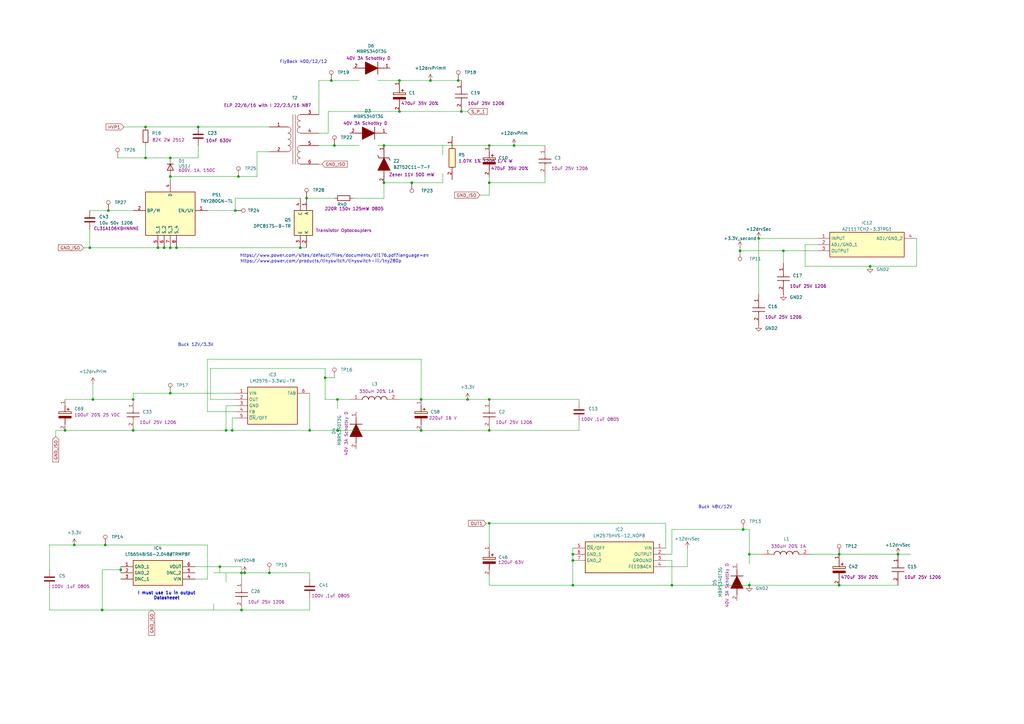
<source format=kicad_sch>
(kicad_sch (version 20250114) (generator "eeschema") (generator_version "9.0")
  (paper "A3")
  (text "I must use 1u in output\nDatasheeet\n" (at 68.326 244.348 0) (effects (font (size 1.27 1.27) (thickness 0.254) (bold yes))))
  (text "FlyBack 400/12/12" (at 124.46 25.4 0) (effects (font (size 1.27 1.27))))
  (text "Buck 12V/3.3V" (at 80.264 141.478 0) (effects (font (size 1.27 1.27))))
  (text "https://www.power.com/products/tinyswitch/tinyswitch-iii/tny280p" (at 131.572 107.188 0) (effects (font (size 1.27 1.27))))
  (text "Buck 48V/12V" (at 293.37 208.026 0) (effects (font (size 1.27 1.27))))
  (text "https://www.power.com/sites/default/files/documents/di176.pdf?language=en" (at 137.16 104.902 0) (effects (font (size 1.27 1.27))))
  (junction (at 176.53 33.02))
  (junction (at 92.71 176.53))
  (junction (at 163.83 45.72))
  (junction (at 344.17 240.03))
  (junction (at 200.66 59.69))
  (junction (at 172.72 163.83))
  (junction (at 157.48 59.69))
  (junction (at 41.91 250.19))
  (junction (at 189.23 45.72))
  (junction (at 90.17 232.41))
  (junction (at 163.83 33.02))
  (junction (at 321.31 102.87))
  (junction (at 127 176.53))
  (junction (at 133.35 154.94))
  (junction (at 307.34 227.33))
  (junction (at 210.82 59.69))
  (junction (at 64.77 101.6))
  (junction (at 110.49 234.95))
  (junction (at 49.53 233.68))
  (junction (at 172.72 176.53))
  (junction (at 234.95 240.03))
  (junction (at 43.18 223.52))
  (junction (at 100.33 234.95))
  (junction (at 356.87 109.22))
  (junction (at 59.69 52.07))
  (junction (at 187.96 33.02))
  (junction (at 191.77 163.83))
  (junction (at 234.95 229.87))
  (junction (at 30.48 223.52))
  (junction (at 304.8 217.17))
  (junction (at 38.1 163.83))
  (junction (at 137.16 59.69))
  (junction (at 303.53 102.87))
  (junction (at 59.69 64.77))
  (junction (at 125.73 81.28))
  (junction (at 275.59 240.03))
  (junction (at 69.85 64.77))
  (junction (at 26.67 176.53))
  (junction (at 168.91 74.93))
  (junction (at 234.95 227.33))
  (junction (at 138.43 176.53))
  (junction (at 95.25 176.53))
  (junction (at 200.66 74.93))
  (junction (at 67.31 101.6))
  (junction (at 97.79 72.39))
  (junction (at 200.66 163.83))
  (junction (at 368.3 227.33))
  (junction (at 200.66 176.53))
  (junction (at 44.45 86.36))
  (junction (at 200.66 214.63))
  (junction (at 69.85 161.29))
  (junction (at 36.83 101.6))
  (junction (at 311.15 97.79))
  (junction (at 135.89 33.02))
  (junction (at 69.85 72.39))
  (junction (at 69.85 101.6))
  (junction (at 96.52 86.36))
  (junction (at 157.48 74.93))
  (junction (at 99.06 250.19))
  (junction (at 307.34 240.03))
  (junction (at 344.17 227.33))
  (junction (at 138.43 163.83))
  (junction (at 123.19 101.6))
  (junction (at 72.39 101.6))
  (junction (at 81.28 52.07))
  (junction (at 99.06 234.95))
  (junction (at 54.61 163.83))
  (junction (at 54.61 176.53))
  (wire (pts (xy 137.16 59.69) (xy 147.32 59.69)))
  (wire (pts (xy 49.53 232.41) (xy 49.53 233.68)))
  (wire (pts (xy 99.06 234.95) (xy 99.06 237.49)))
  (wire (pts (xy 125.73 81.28) (xy 137.16 81.28)))
  (wire (pts (xy 234.95 229.87) (xy 234.95 240.03)))
  (wire (pts (xy 59.69 64.77) (xy 59.69 59.69)))
  (wire (pts (xy 234.95 227.33) (xy 234.95 229.87)))
  (wire (pts (xy 96.52 86.36) (xy 85.09 86.36)))
  (wire (pts (xy 200.66 214.63) (xy 200.66 223.52)))
  (wire (pts (xy 154.94 59.69) (xy 157.48 59.69)))
  (wire (pts (xy 200.66 236.22) (xy 200.66 240.03)))
  (wire (pts (xy 59.69 52.07) (xy 81.28 52.07)))
  (wire (pts (xy 273.05 229.87) (xy 275.59 229.87)))
  (wire (pts (xy 95.25 171.45) (xy 95.25 176.53)))
  (wire (pts (xy 38.1 157.48) (xy 38.1 163.83)))
  (wire (pts (xy 133.35 154.94) (xy 133.35 163.83)))
  (wire (pts (xy 132.08 67.31) (xy 130.81 67.31)))
  (wire (pts (xy 96.52 161.29) (xy 69.85 161.29)))
  (wire (pts (xy 304.8 217.17) (xy 307.34 217.17)))
  (wire (pts (xy 135.89 33.02) (xy 147.32 33.02)))
  (wire (pts (xy 181.61 59.69) (xy 181.61 63.5)))
  (wire (pts (xy 49.53 233.68) (xy 49.53 234.95)))
  (wire (pts (xy 157.48 59.69) (xy 200.66 59.69)))
  (wire (pts (xy 41.91 233.68) (xy 41.91 250.19)))
  (wire (pts (xy 181.61 71.12) (xy 181.61 74.93)))
  (wire (pts (xy 275.59 229.87) (xy 275.59 240.03)))
  (wire (pts (xy 234.95 240.03) (xy 275.59 240.03)))
  (wire (pts (xy 163.83 33.02) (xy 176.53 33.02)))
  (wire (pts (xy 200.66 80.01) (xy 200.66 74.93)))
  (wire (pts (xy 90.17 232.41) (xy 90.17 234.95)))
  (wire (pts (xy 332.74 227.33) (xy 344.17 227.33)))
  (wire (pts (xy 127 237.49) (xy 127 234.95)))
  (wire (pts (xy 275.59 240.03) (xy 307.34 240.03)))
  (wire (pts (xy 100.33 234.95) (xy 110.49 234.95)))
  (wire (pts (xy 273.05 214.63) (xy 273.05 224.79)))
  (wire (pts (xy 200.66 176.53) (xy 237.49 176.53)))
  (wire (pts (xy 311.15 97.79) (xy 311.15 120.65)))
  (wire (pts (xy 90.17 232.41) (xy 99.06 232.41)))
  (wire (pts (xy 81.28 59.69) (xy 81.28 64.77)))
  (wire (pts (xy 138.43 176.53) (xy 172.72 176.53)))
  (wire (pts (xy 154.94 33.02) (xy 163.83 33.02)))
  (wire (pts (xy 200.66 240.03) (xy 234.95 240.03)))
  (wire (pts (xy 87.63 247.65) (xy 87.63 250.19)))
  (wire (pts (xy 105.41 62.23) (xy 110.49 62.23)))
  (wire (pts (xy 134.62 54.61) (xy 134.62 45.72)))
  (wire (pts (xy 168.91 74.93) (xy 157.48 74.93)))
  (wire (pts (xy 127 245.11) (xy 127 250.19)))
  (wire (pts (xy 375.92 109.22) (xy 356.87 109.22)))
  (wire (pts (xy 92.71 176.53) (xy 95.25 176.53)))
  (wire (pts (xy 368.3 227.33) (xy 373.38 227.33)))
  (wire (pts (xy 133.35 163.83) (xy 138.43 163.83)))
  (wire (pts (xy 96.52 171.45) (xy 95.25 171.45)))
  (wire (pts (xy 99.06 234.95) (xy 100.33 234.95)))
  (wire (pts (xy 138.43 163.83) (xy 143.51 163.83)))
  (wire (pts (xy 48.26 64.77) (xy 59.69 64.77)))
  (wire (pts (xy 176.53 33.02) (xy 187.96 33.02)))
  (wire (pts (xy 105.41 62.23) (xy 105.41 72.39)))
  (wire (pts (xy 85.09 237.49) (xy 85.09 223.52)))
  (wire (pts (xy 356.87 109.22) (xy 330.2 109.22)))
  (wire (pts (xy 96.52 163.83) (xy 86.36 163.83)))
  (wire (pts (xy 49.53 233.68) (xy 41.91 233.68)))
  (wire (pts (xy 54.61 86.36) (xy 44.45 86.36)))
  (wire (pts (xy 196.85 80.01) (xy 200.66 80.01)))
  (wire (pts (xy 130.81 54.61) (xy 134.62 54.61)))
  (wire (pts (xy 67.31 101.6) (xy 69.85 101.6)))
  (wire (pts (xy 99.06 250.19) (xy 127 250.19)))
  (wire (pts (xy 344.17 227.33) (xy 368.3 227.33)))
  (wire (pts (xy 281.94 224.79) (xy 281.94 232.41)))
  (wire (pts (xy 237.49 165.1) (xy 237.49 163.83)))
  (wire (pts (xy 34.29 101.6) (xy 36.83 101.6)))
  (wire (pts (xy 210.82 59.69) (xy 223.52 59.69)))
  (wire (pts (xy 81.28 52.07) (xy 110.49 52.07)))
  (wire (pts (xy 80.01 237.49) (xy 85.09 237.49)))
  (wire (pts (xy 199.39 214.63) (xy 200.66 214.63)))
  (wire (pts (xy 275.59 217.17) (xy 304.8 217.17)))
  (wire (pts (xy 99.06 232.41) (xy 99.06 234.95)))
  (wire (pts (xy 138.43 175.26) (xy 138.43 176.53)))
  (wire (pts (xy 133.35 151.13) (xy 133.35 154.94)))
  (wire (pts (xy 303.53 102.87) (xy 321.31 102.87)))
  (wire (pts (xy 54.61 176.53) (xy 92.71 176.53)))
  (wire (pts (xy 69.85 101.6) (xy 72.39 101.6)))
  (wire (pts (xy 157.48 74.93) (xy 157.48 81.28)))
  (wire (pts (xy 86.36 163.83) (xy 86.36 151.13)))
  (wire (pts (xy 97.79 72.39) (xy 105.41 72.39)))
  (wire (pts (xy 69.85 72.39) (xy 69.85 73.66)))
  (wire (pts (xy 96.52 166.37) (xy 92.71 166.37)))
  (wire (pts (xy 330.2 109.22) (xy 330.2 100.33)))
  (wire (pts (xy 375.92 97.79) (xy 375.92 109.22)))
  (wire (pts (xy 172.72 147.32) (xy 172.72 163.83)))
  (wire (pts (xy 200.66 74.93) (xy 200.66 72.39)))
  (wire (pts (xy 64.77 101.6) (xy 67.31 101.6)))
  (wire (pts (xy 85.09 147.32) (xy 172.72 147.32)))
  (wire (pts (xy 307.34 227.33) (xy 307.34 231.14)))
  (wire (pts (xy 134.62 45.72) (xy 163.83 45.72)))
  (wire (pts (xy 44.45 86.36) (xy 36.83 86.36)))
  (wire (pts (xy 138.43 163.83) (xy 138.43 167.64)))
  (wire (pts (xy 273.05 232.41) (xy 281.94 232.41)))
  (wire (pts (xy 303.53 102.87) (xy 303.53 101.6)))
  (wire (pts (xy 200.66 163.83) (xy 237.49 163.83)))
  (wire (pts (xy 130.81 33.02) (xy 135.89 33.02)))
  (wire (pts (xy 321.31 102.87) (xy 321.31 107.95)))
  (wire (pts (xy 26.67 176.53) (xy 54.61 176.53)))
  (wire (pts (xy 307.34 227.33) (xy 307.34 217.17)))
  (wire (pts (xy 95.25 176.53) (xy 127 176.53)))
  (wire (pts (xy 144.78 81.28) (xy 157.48 81.28)))
  (wire (pts (xy 163.83 45.72) (xy 189.23 45.72)))
  (wire (pts (xy 307.34 238.76) (xy 307.34 240.03)))
  (wire (pts (xy 41.91 250.19) (xy 99.06 250.19)))
  (wire (pts (xy 86.36 151.13) (xy 133.35 151.13)))
  (wire (pts (xy 43.18 223.52) (xy 85.09 223.52)))
  (wire (pts (xy 87.63 234.95) (xy 99.06 234.95)))
  (wire (pts (xy 127 176.53) (xy 138.43 176.53)))
  (wire (pts (xy 321.31 102.87) (xy 335.28 102.87)))
  (wire (pts (xy 26.67 163.83) (xy 38.1 163.83)))
  (wire (pts (xy 92.71 234.95) (xy 92.71 238.76)))
  (wire (pts (xy 234.95 224.79) (xy 234.95 227.33)))
  (wire (pts (xy 172.72 176.53) (xy 200.66 176.53)))
  (wire (pts (xy 311.15 97.79) (xy 335.28 97.79)))
  (wire (pts (xy 163.83 163.83) (xy 172.72 163.83)))
  (wire (pts (xy 130.81 33.02) (xy 130.81 46.99)))
  (wire (pts (xy 223.52 74.93) (xy 200.66 74.93)))
  (wire (pts (xy 96.52 81.28) (xy 123.19 81.28)))
  (wire (pts (xy 123.19 101.6) (xy 125.73 101.6)))
  (wire (pts (xy 237.49 172.72) (xy 237.49 176.53)))
  (wire (pts (xy 130.81 59.69) (xy 137.16 59.69)))
  (wire (pts (xy 172.72 163.83) (xy 191.77 163.83)))
  (wire (pts (xy 307.34 240.03) (xy 344.17 240.03)))
  (wire (pts (xy 20.32 223.52) (xy 20.32 233.68)))
  (wire (pts (xy 200.66 59.69) (xy 210.82 59.69)))
  (wire (pts (xy 133.35 154.94) (xy 137.16 154.94)))
  (wire (pts (xy 110.49 234.95) (xy 127 234.95)))
  (wire (pts (xy 92.71 166.37) (xy 92.71 176.53)))
  (wire (pts (xy 330.2 100.33) (xy 335.28 100.33)))
  (wire (pts (xy 30.48 223.52) (xy 43.18 223.52)))
  (wire (pts (xy 307.34 227.33) (xy 312.42 227.33)))
  (wire (pts (xy 22.86 179.07) (xy 22.86 176.53)))
  (wire (pts (xy 275.59 227.33) (xy 275.59 217.17)))
  (wire (pts (xy 344.17 240.03) (xy 368.3 240.03)))
  (wire (pts (xy 22.86 176.53) (xy 26.67 176.53)))
  (wire (pts (xy 275.59 227.33) (xy 273.05 227.33)))
  (wire (pts (xy 69.85 72.39) (xy 97.79 72.39)))
  (wire (pts (xy 38.1 163.83) (xy 54.61 163.83)))
  (wire (pts (xy 50.8 52.07) (xy 59.69 52.07)))
  (wire (pts (xy 223.52 72.39) (xy 223.52 74.93)))
  (wire (pts (xy 191.77 163.83) (xy 200.66 163.83)))
  (wire (pts (xy 59.69 64.77) (xy 69.85 64.77)))
  (wire (pts (xy 200.66 214.63) (xy 273.05 214.63)))
  (wire (pts (xy 189.23 45.72) (xy 191.77 45.72)))
  (wire (pts (xy 20.32 250.19) (xy 41.91 250.19)))
  (wire (pts (xy 20.32 241.3) (xy 20.32 250.19)))
  (wire (pts (xy 36.83 101.6) (xy 64.77 101.6)))
  (wire (pts (xy 69.85 64.77) (xy 81.28 64.77)))
  (wire (pts (xy 36.83 93.98) (xy 36.83 101.6)))
  (wire (pts (xy 85.09 147.32) (xy 85.09 168.91)))
  (wire (pts (xy 80.01 232.41) (xy 90.17 232.41)))
  (wire (pts (xy 187.96 33.02) (xy 189.23 33.02)))
  (wire (pts (xy 20.32 223.52) (xy 30.48 223.52)))
  (wire (pts (xy 72.39 101.6) (xy 123.19 101.6)))
  (wire (pts (xy 69.85 161.29) (xy 54.61 161.29)))
  (wire (pts (xy 54.61 161.29) (xy 54.61 163.83)))
  (wire (pts (xy 127 161.29) (xy 127 176.53)))
  (wire (pts (xy 96.52 81.28) (xy 96.52 86.36)))
  (wire (pts (xy 181.61 74.93) (xy 168.91 74.93)))
  (wire (pts (xy 85.09 168.91) (xy 96.52 168.91)))
  (global_label "HVP1" (shape input) (at 50.8 52.07 180) (property "Intersheetrefs" "${INTERSHEET_REFS}" (effects (hide yes))))
  (global_label "S_P_1" (shape input) (at 191.77 45.72 0) (property "Intersheetrefs" "${INTERSHEET_REFS}" (effects (hide yes))))
  (global_label "GND_ISO" (shape input) (at 34.29 101.6 180) (property "Intersheetrefs" "${INTERSHEET_REFS}" (effects (hide yes))))
  (global_label "GND_ISO" (shape input) (at 62.23 250.19 270) (property "Intersheetrefs" "${INTERSHEET_REFS}" (effects (hide yes))))
  (global_label "GND_ISO" (shape input) (at 132.08 67.31 0) (property "Intersheetrefs" "${INTERSHEET_REFS}" (effects (hide yes))))
  (global_label "GND_ISO" (shape input) (at 22.86 179.07 270) (property "Intersheetrefs" "${INTERSHEET_REFS}" (effects (hide yes))))
  (global_label "GND_ISO" (shape input) (at 196.85 80.01 180) (property "Intersheetrefs" "${INTERSHEET_REFS}" (effects (hide yes))))
  (global_label "OUT1" (shape input) (at 199.39 214.63 180) (property "Intersheetrefs" "${INTERSHEET_REFS}" (effects (hide yes))))
  (symbol (lib_id "power:+12V") (at 368.3 227.33 0) (unit 1)
    (property "Reference" "#PWR031" (effects (hide yes)))
    (property "Value" "+12drvSec" (at 368.3 223.52 0))
    (property "Description" "Power symbol creates a global label with name \"+12V\"" (effects (hide yes)))
  )
  (symbol (lib_id "Device:Transformer_1P_2S") (at 120.65 57.15 0) (unit 1)
    (property "Reference" "T2" (at 120.904 40.132 0))
    (property "Value" "B66285G0000X187,B66285K0000X187" (effects (hide yes)))
    (property "Footprint" "New_Linrary:Trans_planner_buck" (effects (hide yes)))
    (property "Datasheet" "https://www.tdk-electronics.tdk.com/inf/80/db/fer/elp_22_6_16.pdf" (effects (hide yes)))
    (property "Description" "ELP 22/6/16 with I 22/2.5/16 N87" (at 109.728 43.18 0))
    (property "Mouser Part Number " "B66285G0000X187,B66285K0000X187" (effects (hide yes)))
    (property "Manufacturer_Name " "EPCOS / TDK" (effects (hide yes)))
    (property "Manufacturer_Part_Number" "871-B66285G0000X187,871-B66285KX187" (effects (hide yes)))
  )
  (symbol (lib_id "TNY280GN-TL:TNY280GN-TL") (at 54.61 86.36 0) (unit 1)
    (property "Reference" "PS1" (at 88.9 79.9398 0))
    (property "Value" "TNY280GN-TL" (at 88.9 82.4798 0))
    (property "Footprint" "TNY280GN-TL:TNY280GNTL" (effects (hide yes)))
    (property "Datasheet" "https://www.mouser.fr/datasheet/3/125/1/tinyswitch-iii_family_datasheet.pdf" (effects (hide yes)))
    (property "Description" "AC/DC Converters 28.5W 85-265 VAC 36.5W/230 VAC" (effects (hide yes)))
    (property "Height" "3.98" (effects (hide yes)))
    (property "Mouser Part Number" "869-TNY280GN-TL" (effects (hide yes)))
    (property "Mouser Price/Stock" "https://www.mouser.co.uk/ProductDetail/Power-Integrations/TNY280GN-TL?qs=vF78I%252BjhbY8Q8Coo9C8agA%3D%3D" (effects (hide yes)))
    (property "Manufacturer_Name" "Power Integrations" (effects (hide yes)))
    (property "Manufacturer_Part_Number" "TNY280GN-TL" (effects (hide yes)))
  )
  (symbol (lib_id "Device:R") (at 140.97 81.28 270) (unit 1)
    (property "Reference" "R40" (at 142.2401 83.82 90) (effects (justify right)))
    (property "Value" "SFR10EZPF2200" (effects (hide yes)))
    (property "Footprint" "Resistor_SMD:R_0805_2012Metric" (effects (hide yes)))
    (property "Datasheet" "https://www.rohm.com/datasheet?p=SFR10EZPF&dist=Mouser&media=referral&source=mouser.com&campaign=Mouser" (effects (hide yes)))
    (property "Description" "220R 150v 125mW 0805" (at 145.288 85.598 90))
    (property "Manufacturer_Part_Number" "SFR10EZPF2200" (effects (hide yes)))
    (property "Manufacturer_Name " "ROHM Semiconductor" (effects (hide yes)))
    (property "Mouser Part Number " "755-SFR10EZPF2200" (effects (hide yes)))
  )
  (symbol (lib_id "Connector:TestPoint") (at 110.49 234.95 0) (unit 1)
    (property "Reference" "TP15" (at 113.03 231.6479 0) (effects (justify left)))
    (property "Value" "TestPoint" (effects (hide yes)))
    (property "Footprint" "TestPoint:TestPoint_Pad_D1.0mm" (effects (hide yes)))
    (property "Description" "test point" (effects (hide yes)))
  )
  (symbol (lib_id "LT6654BIS6-2_048#TRMPBF:LT6654BIS6-2.048#TRMPBF") (at 49.53 232.41 0) (unit 1)
    (property "Reference" "IC4" (at 64.77 224.79 0))
    (property "Value" "LT6654BIS6-2.048#TRMPBF" (at 64.77 227.33 0))
    (property "Footprint" "LT6654BIS6-2.048#TRMPBF:SOT95P280X100-6N" (effects (hide yes)))
    (property "Datasheet" "https://www.analog.com/media/en/technical-documentation/data-sheets/lt6654.pdf" (effects (hide yes)))
    (property "Description" "LINEAR TECHNOLOGY - LT6654BIS6-2.048#TRMPBF - Voltage Reference, Series - Fixed, LT6654 Series, 2.048V reference, 0.1 %, +/- 10ppm/C, TSOT-23-6" (effects (hide yes)))
    (property "Height" "1" (effects (hide yes)))
    (property "Manufacturer_Name" "Analog Devices" (effects (hide yes)))
    (property "Manufacturer_Part_Number" "LT6654BIS6-2.048#TRMPBF" (effects (hide yes)))
  )
  (symbol (lib_id "Connector:TestPoint") (at 125.73 81.28 0) (unit 1)
    (property "Reference" "TP28" (at 128.27 77.9779 0) (effects (justify left)))
    (property "Value" "TestPoint" (effects (hide yes)))
    (property "Footprint" "TestPoint:TestPoint_Pad_D1.0mm" (effects (hide yes)))
    (property "Description" "test point" (effects (hide yes)))
  )
  (symbol (lib_id "power:+12V") (at 38.1 157.48 0) (unit 1)
    (property "Reference" "#PWR02" (effects (hide yes)))
    (property "Value" "+12drvPrim" (at 38.1 152.4 0))
    (property "Description" "Power symbol creates a global label with name \"+12V\"" (effects (hide yes)))
  )
  (symbol (lib_id "Device:C") (at 127 241.3 0) (unit 1)
    (property "Reference" "C41" (at 130.81 240.0299 0) (effects (justify left)))
    (property "Value" "SH21B104K101CT" (effects (hide yes)))
    (property "Footprint" "Capacitor_SMD:C_0805_2012Metric" (effects (hide yes)))
    (property "Datasheet" "https://www.mouser.fr/datasheet/3/317/1/WTC_MLCC_Soft_term_SH.pdf" (effects (hide yes)))
    (property "Description" "100V .1uF 0805" (at 135.636 244.348 0))
    (property "Manufacturer_Name" "Walsin" (effects (hide yes)))
    (property "Manufacturer_Part_Number " "SH21B104K101CT" (effects (hide yes)))
    (property "Mouser Part Number" "791-SH21B104K101CT" (effects (hide yes)))
  )
  (symbol (lib_id "CR1206-FX-1071ELF:CR1206-FX-1071ELF") (at 185.42 55.88 270) (unit 1)
    (property "Reference" "R5" (at 187.96 63.4999 90) (effects (justify left)))
    (property "Value" "CR1206-FX-1071ELF" (effects (hide yes)))
    (property "Footprint" "RESC3216X75N" (effects (hide yes)))
    (property "Datasheet" "https://componentsearchengine.com/Datasheets/1/CR1206-FX-1071ELF.pdf" (effects (hide yes)))
    (property "Description" "1.07K 1% 1206 1/4 W" (at 199.136 66.04 90))
    (property "Height" "0.75" (effects (hide yes)))
    (property "Mouser Part Number" "652-CR1206FX-1071ELF" (effects (hide yes)))
    (property "Mouser Price/Stock" "https://www.mouser.com/Search/Refine.aspx?Keyword=652-CR1206FX-1071ELF" (effects (hide yes)))
    (property "Manufacturer_Name" "Bourns" (effects (hide yes)))
    (property "Manufacturer_Part_Number" "CR1206-FX-1071ELF" (effects (hide yes)))
  )
  (symbol (lib_id "PM5022-331M-RC:PM5022-331M-RC") (at 143.51 163.83 0) (unit 1)
    (property "Reference" "L3" (at 153.67 157.48 0))
    (property "Value" "PM5022-331M-RC" (effects (hide yes)))
    (property "Footprint" "PM5022-331M-RC:PM5022331MRC" (effects (hide yes)))
    (property "Datasheet" "https://datasheet.datasheetarchive.com/originals/distributors/Datasheets-DGA11/2187790.pdf" (effects (hide yes)))
    (property "Description" "330uH 20% 1A" (at 154.432 160.528 0))
    (property "Height" "6.9" (effects (hide yes)))
    (property "Mouser Part Number" "542-PM5022-331M-RC" (effects (hide yes)))
    (property "Mouser Price/Stock" "https://www.mouser.co.uk/ProductDetail/Bourns/PM5022-331M-RC?qs=zx6%2FfhZlzQrZDwlBjem2zw%3D%3D" (effects (hide yes)))
    (property "Manufacturer_Name" "Bourns" (effects (hide yes)))
    (property "Manufacturer_Part_Number" "PM5022-331M-RC" (effects (hide yes)))
  )
  (symbol (lib_id "Connector:TestPoint") (at 168.91 74.93 180) (unit 1)
    (property "Reference" "TP23" (at 172.72 78.2319 0) (effects (justify right)))
    (property "Value" "TestPoint" (effects (hide yes)))
    (property "Footprint" "TestPoint:TestPoint_Pad_D1.0mm" (effects (hide yes)))
    (property "Description" "test point" (effects (hide yes)))
  )
  (symbol (lib_id "power:+5V") (at 303.53 101.6 0) (unit 1)
    (property "Reference" "#PWR038" (effects (hide yes)))
    (property "Value" "+3.3V_second" (at 303.53 97.79 0))
    (property "Description" "Power symbol creates a global label with name \"+5V\"" (effects (hide yes)))
  )
  (symbol (lib_id "PM5022-331M-RC:PM5022-331M-RC") (at 312.42 227.33 0) (unit 1)
    (property "Reference" "L1" (at 322.58 220.98 0))
    (property "Value" "PM5022-331M-RC" (effects (hide yes)))
    (property "Footprint" "PM5022-331M-RC:PM5022331MRC" (effects (hide yes)))
    (property "Datasheet" "https://datasheet.datasheetarchive.com/originals/distributors/Datasheets-DGA11/2187790.pdf" (effects (hide yes)))
    (property "Description" "330uH 20% 1A" (at 323.342 224.028 0))
    (property "Height" "6.9" (effects (hide yes)))
    (property "Mouser Part Number" "542-PM5022-331M-RC" (effects (hide yes)))
    (property "Mouser Price/Stock" "https://www.mouser.co.uk/ProductDetail/Bourns/PM5022-331M-RC?qs=zx6%2FfhZlzQrZDwlBjem2zw%3D%3D" (effects (hide yes)))
    (property "Manufacturer_Name" "Bourns" (effects (hide yes)))
    (property "Manufacturer_Part_Number" "PM5022-331M-RC" (effects (hide yes)))
  )
  (symbol (lib_id "EEV-FK1V471Q:EEV-FK1V471Q") (at 200.66 59.69 270) (unit 1)
    (property "Reference" "C10" (at 204.47 64.7699 90) (effects (justify left)))
    (property "Value" "EEV-FK1V471Q" (effects (hide yes)))
    (property "Footprint" "EEV-FK1V471Q:EEEFK0J332AQ" (effects (hide yes)))
    (property "Datasheet" "http://industrial.panasonic.com/cdbs/www-data/pdf/RDE0000/ABA0000C1181.pdf" (effects (hide yes)))
    (property "Description" "470uF 35V 20%" (at 209.042 69.088 90))
    (property "Height" "15" (effects (hide yes)))
    (property "Mouser Part Number" "667-EEV-FK1V471Q" (effects (hide yes)))
    (property "Mouser Price/Stock" "https://www.mouser.co.uk/ProductDetail/Panasonic/EEV-FK1V471Q?qs=f%252BPvLx1Hi0nmPvz1q5bc1Q%3D%3D" (effects (hide yes)))
    (property "Manufacturer_Name" "Panasonic" (effects (hide yes)))
    (property "Manufacturer_Part_Number" "EEV-FK1V471Q" (effects (hide yes)))
    (property "Field10" "Cap Aluminum Lytic 470uF 35V 20% (12.5 X 13.5mm) SMD 0.06 Ohm 1100mA 2000h 105C Automotive T/R" (effects (hide yes)))
  )
  (symbol (lib_id "Connector:TestPoint") (at 137.16 154.94 0) (unit 1)
    (property "Reference" "TP16" (at 139.7 151.6379 0) (effects (justify left)))
    (property "Value" "TestPoint" (effects (hide yes)))
    (property "Footprint" "TestPoint:TestPoint_Pad_D1.0mm" (effects (hide yes)))
    (property "Description" "test point" (effects (hide yes)))
  )
  (symbol (lib_id "power:GND2") (at 311.15 133.35 0) (unit 1)
    (property "Reference" "#PWR024" (effects (hide yes)))
    (property "Value" "GND2" (at 313.69 134.6199 0) (effects (justify left)))
    (property "Description" "Power symbol creates a global label with name \"GND2\" , ground" (effects (hide yes)))
  )
  (symbol (lib_id "GRM31CR71E106KA12K:GRM31CR71E106KA12K") (at 368.3 227.33 270) (unit 1)
    (property "Reference" "C15" (at 372.11 232.4099 90) (effects (justify left)))
    (property "Value" "GRM31CR71E106KA12K" (effects (hide yes)))
    (property "Footprint" "GRM31CR71E106KA12K:GRM31x" (effects (hide yes)))
    (property "Datasheet" "https://search.murata.co.jp/Ceramy/image/img/A01X/G101/ENG/GRM31CR71E106KA12-01CA.pdf" (effects (hide yes)))
    (property "Description" "10uF 25V 1206" (at 378.46 236.728 90))
    (property "Height" "1.25" (effects (hide yes)))
    (property "Mouser Part Number" "81-GRM31CR71E106KA2K" (effects (hide yes)))
    (property "Mouser Price/Stock" "https://www.mouser.co.uk/ProductDetail/Murata-Electronics/GRM31CR71E106KA12K?qs=raY79WRVTyM6xGVExNjdaw%3D%3D" (effects (hide yes)))
    (property "Manufacturer_Name" "Murata Electronics" (effects (hide yes)))
    (property "Manufacturer_Part_Number" "GRM31CR71E106KA12K" (effects (hide yes)))
  )
  (symbol (lib_id "MBRS340T3G:MBRS340T3G") (at 302.26 231.14 90) (mirror x) (unit 1)
    (property "Reference" "D5" (at 293.116 239.014 0))
    (property "Value" "MBRS340T3G" (at 295.402 238.76 0))
    (property "Footprint" "MBRS340T3G:DIOM8059X261N" (effects (hide yes)))
    (property "Datasheet" "https://www.onsemi.com/pub/Collateral/MBRS340T3-D.PDF" (effects (hide yes)))
    (property "Description" "40V 3A Schottky D" (at 298.196 240.03 0))
    (property "Height" "2.61" (effects (hide yes)))
    (property "Mouser Part Number" "863-MBRS340T3G" (effects (hide yes)))
    (property "Mouser Price/Stock" "https://www.mouser.co.uk/ProductDetail/onsemi/MBRS340T3G?qs=3JMERSakeboCr3wxBgfY3w%3D%3D" (effects (hide yes)))
    (property "Manufacturer_Name" "onsemi" (effects (hide yes)))
    (property "Manufacturer_Part_Number" "MBRS340T3G" (effects (hide yes)))
  )
  (symbol (lib_id "Device:C") (at 81.28 55.88 0) (unit 1)
    (property "Reference" "C23" (at 85.09 54.6099 0) (effects (justify left)))
    (property "Value" "AC1206JKNPOZBN103" (effects (hide yes)))
    (property "Footprint" "Capacitor_SMD:C_1206_3216Metric" (effects (hide yes)))
    (property "Datasheet" "https://www.mouser.fr/datasheet/3/508/1/UPY-AC_NP0X7RX7S_6.3V-to-2KV_21.pdf" (effects (hide yes)))
    (property "Description" "10nF 630V" (at 89.662 57.658 0))
    (property "Mouser Part Number" "603-AC1206JKNPOZB103" (effects (hide yes)))
    (property "Manufacturer_Name " "YAGEO" (effects (hide yes)))
    (property "Manufacturer_Part_Number " "AC1206JKNPOZBN103" (effects (hide yes)))
  )
  (symbol (lib_id "Connector:TestPoint") (at 96.52 86.36 270) (unit 1)
    (property "Reference" "TP24" (at 101.6 86.3599 90) (effects (justify left)))
    (property "Value" "TestPoint" (effects (hide yes)))
    (property "Footprint" "TestPoint:TestPoint_Pad_D1.0mm" (effects (hide yes)))
    (property "Description" "test point" (effects (hide yes)))
  )
  (symbol (lib_id "GRM31CR71E106KA12K:GRM31CR71E106KA12K") (at 54.61 163.83 270) (unit 1)
    (property "Reference" "C33" (at 58.42 168.9099 90) (effects (justify left)))
    (property "Value" "GRM31CR71E106KA12K" (effects (hide yes)))
    (property "Footprint" "GRM31CR71E106KA12K:GRM31x" (effects (hide yes)))
    (property "Datasheet" "https://search.murata.co.jp/Ceramy/image/img/A01X/G101/ENG/GRM31CR71E106KA12-01CA.pdf" (effects (hide yes)))
    (property "Description" "10uF 25V 1206" (at 64.77 173.228 90))
    (property "Height" "1.25" (effects (hide yes)))
    (property "Mouser Part Number" "81-GRM31CR71E106KA2K" (effects (hide yes)))
    (property "Mouser Price/Stock" "https://www.mouser.co.uk/ProductDetail/Murata-Electronics/GRM31CR71E106KA12K?qs=raY79WRVTyM6xGVExNjdaw%3D%3D" (effects (hide yes)))
    (property "Manufacturer_Name" "Murata Electronics" (effects (hide yes)))
    (property "Manufacturer_Part_Number" "GRM31CR71E106KA12K" (effects (hide yes)))
  )
  (symbol (lib_id "875115350002:875115350002") (at 172.72 163.83 270) (unit 1)
    (property "Reference" "C58" (at 176.53 168.9099 90) (effects (justify left)))
    (property "Value" "875115350002" (effects (hide yes)))
    (property "Footprint" "CAPAE830X770N" (effects (hide yes)))
    (property "Datasheet" "http://katalog.we-online.de/pbs/datasheet/875115350002.pdf" (effects (hide yes)))
    (property "Description" "220uF 16 V" (at 181.61 171.45 90))
    (property "Height" "7.7" (effects (hide yes)))
    (property "Mouser Part Number" "710-875115350002" (effects (hide yes)))
    (property "Mouser Price/Stock" "https://www.mouser.co.uk/ProductDetail/Wurth-Elektronik/875115350002?qs=0KOYDY2FL2%252BUXz2ApdK6oA%3D%3D" (effects (hide yes)))
    (property "Manufacturer_Name" "Wurth Elektronik" (effects (hide yes)))
    (property "Manufacturer_Part_Number" "875115350002" (effects (hide yes)))
    (property "Field10" "Wurth Elektronik 220uF 16 V dc Aluminium Polymer Capacitor, WCAP-PSHP Series 2000h 7.7 (Dia.) x 7.55mm" (effects (hide yes)))
  )
  (symbol (lib_id "GRM31CR71E106KA12K:GRM31CR71E106KA12K") (at 189.23 33.02 270) (unit 1)
    (property "Reference" "C19" (at 193.04 38.0999 90) (effects (justify left)))
    (property "Value" "GRM31CR71E106KA12K" (effects (hide yes)))
    (property "Footprint" "GRM31CR71E106KA12K:GRM31x" (effects (hide yes)))
    (property "Datasheet" "https://search.murata.co.jp/Ceramy/image/img/A01X/G101/ENG/GRM31CR71E106KA12-01CA.pdf" (effects (hide yes)))
    (property "Description" "10uF 25V 1206" (at 199.39 42.418 90))
    (property "Height" "1.25" (effects (hide yes)))
    (property "Mouser Part Number" "81-GRM31CR71E106KA2K" (effects (hide yes)))
    (property "Mouser Price/Stock" "https://www.mouser.co.uk/ProductDetail/Murata-Electronics/GRM31CR71E106KA12K?qs=raY79WRVTyM6xGVExNjdaw%3D%3D" (effects (hide yes)))
    (property "Manufacturer_Name" "Murata Electronics" (effects (hide yes)))
    (property "Manufacturer_Part_Number" "GRM31CR71E106KA12K" (effects (hide yes)))
  )
  (symbol (lib_id "power:+12V") (at 311.15 97.79 0) (unit 1)
    (property "Reference" "#PWR037" (effects (hide yes)))
    (property "Value" "+12drvSec" (at 311.15 93.98 0))
    (property "Description" "Power symbol creates a global label with name \"+12V\"" (effects (hide yes)))
  )
  (symbol (lib_id "Connector:TestPoint") (at 97.79 72.39 0) (unit 1)
    (property "Reference" "TP25" (at 100.33 69.0879 0) (effects (justify left)))
    (property "Value" "TestPoint" (effects (hide yes)))
    (property "Footprint" "TestPoint:TestPoint_Pad_D1.0mm" (effects (hide yes)))
    (property "Description" "test point" (effects (hide yes)))
  )
  (symbol (lib_id "LM2575-3_3WU-TR:LM2575-3.3WU-TR") (at 96.52 161.29 0) (unit 1)
    (property "Reference" "IC3" (at 111.76 153.67 0))
    (property "Value" "LM2575-3.3WU-TR" (at 111.76 156.21 0))
    (property "Footprint" "LM2575-3.3WU-TR:MIC29302WU" (effects (hide yes)))
    (property "Datasheet" "http://www.microchip.com/mymicrochip/filehandler.aspx?ddocname=en579004" (effects (hide yes)))
    (property "Description" "Switching Voltage Regulators" (effects (hide yes)))
    (property "Height" "4" (effects (hide yes)))
    (property "Mouser Part Number" "998-LM2575-3.3WUTR" (effects (hide yes)))
    (property "Mouser Price/Stock" "https://www.mouser.co.uk/ProductDetail/Microchip-Technology/LM2575-3.3WU-TR?qs=Y3Q3JoKAO1TNQ1s9ijuGrQ%3D%3D" (effects (hide yes)))
    (property "Manufacturer_Name" "Microchip" (effects (hide yes)))
    (property "Manufacturer_Part_Number" "LM2575-3.3WU-TR" (effects (hide yes)))
  )
  (symbol (lib_id "GRM31CR71E106KA12K:GRM31CR71E106KA12K") (at 321.31 107.95 270) (unit 1)
    (property "Reference" "C17" (at 325.12 113.0299 90) (effects (justify left)))
    (property "Value" "GRM31CR71E106KA12K" (effects (hide yes)))
    (property "Footprint" "GRM31CR71E106KA12K:GRM31x" (effects (hide yes)))
    (property "Datasheet" "https://search.murata.co.jp/Ceramy/image/img/A01X/G101/ENG/GRM31CR71E106KA12-01CA.pdf" (effects (hide yes)))
    (property "Description" "10uF 25V 1206" (at 331.47 117.348 90))
    (property "Height" "1.25" (effects (hide yes)))
    (property "Mouser Part Number" "81-GRM31CR71E106KA2K" (effects (hide yes)))
    (property "Mouser Price/Stock" "https://www.mouser.co.uk/ProductDetail/Murata-Electronics/GRM31CR71E106KA12K?qs=raY79WRVTyM6xGVExNjdaw%3D%3D" (effects (hide yes)))
    (property "Manufacturer_Name" "Murata Electronics" (effects (hide yes)))
    (property "Manufacturer_Part_Number" "GRM31CR71E106KA12K" (effects (hide yes)))
  )
  (symbol (lib_id "power:+12V") (at 281.94 224.79 0) (unit 1)
    (property "Reference" "#PWR030" (effects (hide yes)))
    (property "Value" "+12drvSec" (at 281.94 220.98 0))
    (property "Description" "Power symbol creates a global label with name \"+12V\"" (effects (hide yes)))
  )
  (symbol (lib_id "EEV-FK1V471Q:EEV-FK1V471Q") (at 344.17 227.33 270) (unit 1)
    (property "Reference" "C42" (at 347.98 232.4099 90) (effects (justify left)))
    (property "Value" "EEV-FK1V471Q" (effects (hide yes)))
    (property "Footprint" "EEV-FK1V471Q:EEEFK0J332AQ" (effects (hide yes)))
    (property "Datasheet" "http://industrial.panasonic.com/cdbs/www-data/pdf/RDE0000/ABA0000C1181.pdf" (effects (hide yes)))
    (property "Description" "470uF 35V 20%" (at 352.552 236.728 90))
    (property "Height" "15" (effects (hide yes)))
    (property "Mouser Part Number" "667-EEV-FK1V471Q" (effects (hide yes)))
    (property "Mouser Price/Stock" "https://www.mouser.co.uk/ProductDetail/Panasonic/EEV-FK1V471Q?qs=f%252BPvLx1Hi0nmPvz1q5bc1Q%3D%3D" (effects (hide yes)))
    (property "Manufacturer_Name" "Panasonic" (effects (hide yes)))
    (property "Manufacturer_Part_Number" "EEV-FK1V471Q" (effects (hide yes)))
    (property "Field10" "Cap Aluminum Lytic 470uF 35V 20% (12.5 X 13.5mm) SMD 0.06 Ohm 1100mA 2000h 105C Automotive T/R" (effects (hide yes)))
  )
  (symbol (lib_id "power:+5V") (at 30.48 223.52 0) (unit 1)
    (property "Reference" "#PWR021" (effects (hide yes)))
    (property "Value" "+3.3V" (at 30.48 218.44 0))
    (property "Description" "Power symbol creates a global label with name \"+5V\"" (effects (hide yes)))
  )
  (symbol (lib_id "Connector:TestPoint") (at 48.26 64.77 0) (unit 1)
    (property "Reference" "TP26" (at 50.8 61.4679 0) (effects (justify left)))
    (property "Value" "TestPoint" (effects (hide yes)))
    (property "Footprint" "TestPoint:TestPoint_Pad_D1.0mm" (effects (hide yes)))
    (property "Description" "test point" (effects (hide yes)))
  )
  (symbol (lib_id "LM2575HVS-12_NOPB:LM2575HVS-12_NOPB") (at 273.05 224.79 0) (mirror y) (unit 1)
    (property "Reference" "IC2" (at 254 217.17 0))
    (property "Value" "LM2575HVS-12_NOPB" (at 254 219.71 0))
    (property "Footprint" "LM2575HVS-12_NOPB:LM2575HVS12NOPB" (effects (hide yes)))
    (property "Datasheet" "http://www.ti.com/lit/gpn/lm2575hv" (effects (hide yes)))
    (property "Description" "Texas Instruments, LM2575HVS-12/NOPB Step-Down Switching Regulator 1A, 1.23  57 V, 5-Pin TO-263" (effects (hide yes)))
    (property "Height" "4.65" (effects (hide yes)))
    (property "Mouser Part Number" "926-LM2575HVS12NOPB" (effects (hide yes)))
    (property "Mouser Price/Stock" "https://www.mouser.co.uk/ProductDetail/Texas-Instruments/LM2575HVS-12-NOPB?qs=X1J7HmVL2ZEbVPlBGj9cJQ%3D%3D" (effects (hide yes)))
    (property "Manufacturer_Name" "Texas Instruments" (effects (hide yes)))
    (property "Manufacturer_Part_Number" "LM2575HVS-12/NOPB" (effects (hide yes)))
  )
  (symbol (lib_id "power:+5V") (at 191.77 163.83 0) (unit 1)
    (property "Reference" "#PWR025" (effects (hide yes)))
    (property "Value" "+3.3V" (at 191.77 158.75 0))
    (property "Description" "Power symbol creates a global label with name \"+5V\"" (effects (hide yes)))
  )
  (symbol (lib_id "Device:C") (at 20.32 237.49 0) (unit 1)
    (property "Reference" "C5" (at 24.13 236.2199 0) (effects (justify left)))
    (property "Value" "SH21B104K101CT" (effects (hide yes)))
    (property "Footprint" "Capacitor_SMD:C_0805_2012Metric" (effects (hide yes)))
    (property "Datasheet" "https://www.mouser.fr/datasheet/3/317/1/WTC_MLCC_Soft_term_SH.pdf" (effects (hide yes)))
    (property "Description" "100V .1uF 0805" (at 28.956 240.538 0))
    (property "Manufacturer_Name" "Walsin" (effects (hide yes)))
    (property "Manufacturer_Part_Number " "SH21B104K101CT" (effects (hide yes)))
    (property "Mouser Part Number" "791-SH21B104K101CT" (effects (hide yes)))
  )
  (symbol (lib_id "Diode:US1J") (at 69.85 68.58 270) (unit 1)
    (property "Reference" "D1" (at 73.152 66.04 90) (effects (justify left)))
    (property "Value" "US1J" (at 73.152 68.072 90) (effects (justify left)))
    (property "Footprint" "Diode_SMD:D_SMA" (effects (hide yes)))
    (property "Datasheet" "https://diotec.com/request/datasheet/us1a.pdf" (effects (hide yes)))
    (property "Description" "600V, 1A, 150C" (at 80.772 69.85 90))
    (property "Sim.Device" "D" (effects (hide yes)))
    (property "Sim.Pins" "1=K 2=A" (effects (hide yes)))
    (property "Mouser Part Number" "637-US1J" (effects (hide yes)))
  )
  (symbol (lib_id "Device:C") (at 36.83 90.17 0) (unit 1)
    (property "Reference" "C43" (at 40.64 88.8999 0) (effects (justify left)))
    (property "Value" "10u 50v 1206" (at 40.64 91.4399 0) (effects (justify left)))
    (property "Footprint" "Capacitor_SMD:C_1206_3216Metric" (effects (hide yes)))
    (property "Description" "CL31A106KBHNNNE" (at 47.752 93.726 0))
  )
  (symbol (lib_id "Connector:TestPoint") (at 304.8 217.17 0) (unit 1)
    (property "Reference" "TP13" (at 307.34 213.8679 0) (effects (justify left)))
    (property "Value" "TestPoint" (effects (hide yes)))
    (property "Footprint" "TestPoint:TestPoint_Pad_D1.0mm" (effects (hide yes)))
    (property "Description" "test point" (effects (hide yes)))
  )
  (symbol (lib_id "B40910A8127M000:B40910A8127M000") (at 200.66 223.52 270) (unit 1)
    (property "Reference" "C46" (at 204.47 228.5999 90) (effects (justify left)))
    (property "Value" "B40910A8127M000" (effects (hide yes)))
    (property "Footprint" "B40910A8127M000:B40910A8127M000" (effects (hide yes)))
    (property "Datasheet" "https://product.tdk.com/system/files/dam/doc/product/capacitor/aluminum-electrolytic/hybrid-polymer/data_sheet/20/30/db/aec/b40910.pdf" (effects (hide yes)))
    (property "Description" "120uF 63V" (at 209.55 230.632 90))
    (property "Height" "12.8" (effects (hide yes)))
    (property "Manufacturer_Name" "TDK" (effects (hide yes)))
    (property "Manufacturer_Part_Number" "B40910A8127M000" (effects (hide yes)))
    (property "Field10" "63V, 120uF (M) d10x12,5 mm SMD HP" (effects (hide yes)))
  )
  (symbol (lib_id "GRM31CR71E106KA12K:GRM31CR71E106KA12K") (at 223.52 59.69 270) (unit 1)
    (property "Reference" "C3" (at 227.33 64.7699 90) (effects (justify left)))
    (property "Value" "GRM31CR71E106KA12K" (effects (hide yes)))
    (property "Footprint" "GRM31CR71E106KA12K:GRM31x" (effects (hide yes)))
    (property "Datasheet" "https://search.murata.co.jp/Ceramy/image/img/A01X/G101/ENG/GRM31CR71E106KA12-01CA.pdf" (effects (hide yes)))
    (property "Description" "10uF 25V 1206" (at 233.68 69.088 90))
    (property "Height" "1.25" (effects (hide yes)))
    (property "Mouser Part Number" "81-GRM31CR71E106KA2K" (effects (hide yes)))
    (property "Mouser Price/Stock" "https://www.mouser.co.uk/ProductDetail/Murata-Electronics/GRM31CR71E106KA12K?qs=raY79WRVTyM6xGVExNjdaw%3D%3D" (effects (hide yes)))
    (property "Manufacturer_Name" "Murata Electronics" (effects (hide yes)))
    (property "Manufacturer_Part_Number" "GRM31CR71E106KA12K" (effects (hide yes)))
  )
  (symbol (lib_id "Connector:TestPoint") (at 303.53 102.87 180) (unit 1)
    (property "Reference" "TP11" (at 307.34 106.1719 0) (effects (justify right)))
    (property "Value" "TestPoint" (effects (hide yes)))
    (property "Footprint" "TestPoint:TestPoint_Pad_D1.0mm" (effects (hide yes)))
    (property "Description" "test point" (effects (hide yes)))
  )
  (symbol (lib_id "GRM31CR71E106KA12K:GRM31CR71E106KA12K") (at 200.66 163.83 270) (unit 1)
    (property "Reference" "C2" (at 204.47 168.9099 90) (effects (justify left)))
    (property "Value" "GRM31CR71E106KA12K" (effects (hide yes)))
    (property "Footprint" "GRM31CR71E106KA12K:GRM31x" (effects (hide yes)))
    (property "Datasheet" "https://search.murata.co.jp/Ceramy/image/img/A01X/G101/ENG/GRM31CR71E106KA12-01CA.pdf" (effects (hide yes)))
    (property "Description" "10uF 25V 1206" (at 210.82 173.228 90))
    (property "Height" "1.25" (effects (hide yes)))
    (property "Mouser Part Number" "81-GRM31CR71E106KA2K" (effects (hide yes)))
    (property "Mouser Price/Stock" "https://www.mouser.co.uk/ProductDetail/Murata-Electronics/GRM31CR71E106KA12K?qs=raY79WRVTyM6xGVExNjdaw%3D%3D" (effects (hide yes)))
    (property "Manufacturer_Name" "Murata Electronics" (effects (hide yes)))
    (property "Manufacturer_Part_Number" "GRM31CR71E106KA12K" (effects (hide yes)))
  )
  (symbol (lib_id "power:+3V0") (at 100.33 234.95 0) (unit 1)
    (property "Reference" "#PWR022" (effects (hide yes)))
    (property "Value" "Vref2048" (at 100.33 229.87 0))
    (property "Description" "Power symbol creates a global label with name \"+3V0\"" (effects (hide yes)))
  )
  (symbol (lib_id "power:GND2") (at 321.31 120.65 0) (unit 1)
    (property "Reference" "#PWR029" (effects (hide yes)))
    (property "Value" "GND2" (at 323.85 121.9199 0) (effects (justify left)))
    (property "Description" "Power symbol creates a global label with name \"GND2\" , ground" (effects (hide yes)))
  )
  (symbol (lib_id "DPC817S-B-TR:DPC817S-B-TR") (at 123.19 81.28 90) (mirror x) (unit 1)
    (property "Reference" "Q5" (at 119.38 90.1699 90) (effects (justify left)))
    (property "Value" "DPC817S-B-TR" (at 119.38 92.7099 90) (effects (justify left)))
    (property "Footprint" "DPC817S-B-TR:DPC817SBTR" (effects (hide yes)))
    (property "Datasheet" "https://www.diodes.com/assets/Datasheets/DPC817-Series.pdf" (effects (hide yes)))
    (property "Description" "Transistor Output Optocouplers Photo Coupler SL-4 T&R 2K" (effects (hide yes)))
    (property "Height" "4.1" (effects (hide yes)))
    (property "Mouser Part Number" "621-DPC817S-B-TR" (effects (hide yes)))
    (property "Mouser Price/Stock" "https://www.mouser.co.uk/ProductDetail/Diodes-Incorporated/DPC817S-B-TR?qs=mELouGlnn3flLY5LctX6TA%3D%3D" (effects (hide yes)))
    (property "Manufacturer_Name" "Diodes Incorporated" (effects (hide yes)))
    (property "Manufacturer_Part_Number" "DPC817S-B-TR" (effects (hide yes)))
    (property "Field10" "Transistor Optocouplers" (at 140.97 94.488 90))
  )
  (symbol (lib_id "Connector:TestPoint") (at 137.16 59.69 0) (unit 1)
    (property "Reference" "TP22" (at 139.7 56.3879 0) (effects (justify left)))
    (property "Value" "TestPoint" (effects (hide yes)))
    (property "Footprint" "TestPoint:TestPoint_Pad_D1.0mm" (effects (hide yes)))
    (property "Description" "test point" (effects (hide yes)))
  )
  (symbol (lib_id "GRM31CR71E106KA12K:GRM31CR71E106KA12K") (at 99.06 237.49 270) (unit 1)
    (property "Reference" "C26" (at 102.87 242.5699 90) (effects (justify left)))
    (property "Value" "GRM31CR71E106KA12K" (effects (hide yes)))
    (property "Footprint" "GRM31CR71E106KA12K:GRM31x" (effects (hide yes)))
    (property "Datasheet" "https://search.murata.co.jp/Ceramy/image/img/A01X/G101/ENG/GRM31CR71E106KA12-01CA.pdf" (effects (hide yes)))
    (property "Description" "10uF 25V 1206" (at 109.22 246.888 90))
    (property "Height" "1.25" (effects (hide yes)))
    (property "Mouser Part Number" "81-GRM31CR71E106KA2K" (effects (hide yes)))
    (property "Mouser Price/Stock" "https://www.mouser.co.uk/ProductDetail/Murata-Electronics/GRM31CR71E106KA12K?qs=raY79WRVTyM6xGVExNjdaw%3D%3D" (effects (hide yes)))
    (property "Manufacturer_Name" "Murata Electronics" (effects (hide yes)))
    (property "Manufacturer_Part_Number" "GRM31CR71E106KA12K" (effects (hide yes)))
  )
  (symbol (lib_id "Device:R") (at 59.69 55.88 0) (unit 1)
    (property "Reference" "R18" (at 62.23 54.6099 0) (effects (justify left)))
    (property "Value" "9-2176070-5" (effects (hide yes)))
    (property "Footprint" "Resistor_SMD:R_2512_6332Metric" (effects (hide yes)))
    (property "Datasheet" "https://www.te.com/commerce/DocumentDelivery/DDEController?Action=srchrtrv&DocNm=2176070&DocType=Customer+Drawing&DocLang=English&PartCntxt=9-2176070-5&DocFormat=pdf" (effects (hide yes)))
    (property "Description" "82K 2W 2512" (at 69.088 57.404 0))
    (property "Mouser Part Number" "9-2176070-5" (effects (hide yes)))
    (property "Manufacturer_Name" "TE Connectivity / P&B" (effects (hide yes)))
    (property "Manufacturer_Part_Number " "571-9-2176070-5" (effects (hide yes)))
  )
  (symbol (lib_id "power:+12V") (at 176.53 33.02 0) (unit 1)
    (property "Reference" "#PWR016" (effects (hide yes)))
    (property "Value" "+12drvPrimH" (at 176.53 27.94 0))
    (property "Description" "Power symbol creates a global label with name \"+12V\"" (effects (hide yes)))
  )
  (symbol (lib_id "Connector:TestPoint") (at 187.96 33.02 0) (unit 1)
    (property "Reference" "TP18" (at 190.5 29.7179 0) (effects (justify left)))
    (property "Value" "TestPoint" (effects (hide yes)))
    (property "Footprint" "TestPoint:TestPoint_Pad_D1.0mm" (effects (hide yes)))
    (property "Description" "test point" (effects (hide yes)))
  )
  (symbol (lib_id "power:GND2") (at 307.34 240.03 0) (unit 1)
    (property "Reference" "#PWR018" (effects (hide yes)))
    (property "Value" "GND2" (at 309.88 241.2999 0) (effects (justify left)))
    (property "Description" "Power symbol creates a global label with name \"GND2\" , ground" (effects (hide yes)))
  )
  (symbol (lib_id "Connector:TestPoint") (at 344.17 227.33 0) (unit 1)
    (property "Reference" "TP12" (at 346.71 224.0279 0) (effects (justify left)))
    (property "Value" "TestPoint" (effects (hide yes)))
    (property "Footprint" "TestPoint:TestPoint_Pad_D1.0mm" (effects (hide yes)))
    (property "Description" "test point" (effects (hide yes)))
  )
  (symbol (lib_id "power:GND2") (at 356.87 109.22 0) (unit 1)
    (property "Reference" "#PWR041" (effects (hide yes)))
    (property "Value" "GND2" (at 359.41 110.4899 0) (effects (justify left)))
    (property "Description" "Power symbol creates a global label with name \"GND2\" , ground" (effects (hide yes)))
  )
  (symbol (lib_id "MBRS340T3G:MBRS340T3G") (at 158.75 54.61 0) (mirror y) (unit 1)
    (property "Reference" "D3" (at 150.876 45.466 0))
    (property "Value" "MBRS340T3G" (at 151.13 47.752 0))
    (property "Footprint" "MBRS340T3G:DIOM8059X261N" (effects (hide yes)))
    (property "Datasheet" "https://www.onsemi.com/pub/Collateral/MBRS340T3-D.PDF" (effects (hide yes)))
    (property "Description" "40V 3A Schottky D" (at 149.86 50.546 0))
    (property "Height" "2.61" (effects (hide yes)))
    (property "Mouser Part Number" "863-MBRS340T3G" (effects (hide yes)))
    (property "Mouser Price/Stock" "https://www.mouser.co.uk/ProductDetail/onsemi/MBRS340T3G?qs=3JMERSakeboCr3wxBgfY3w%3D%3D" (effects (hide yes)))
    (property "Manufacturer_Name" "onsemi" (effects (hide yes)))
    (property "Manufacturer_Part_Number" "MBRS340T3G" (effects (hide yes)))
  )
  (symbol (lib_id "power:+12V") (at 210.82 59.69 0) (unit 1)
    (property "Reference" "#PWR019" (effects (hide yes)))
    (property "Value" "+12drvPrim" (at 210.82 54.61 0))
    (property "Description" "Power symbol creates a global label with name \"+12V\"" (effects (hide yes)))
  )
  (symbol (lib_id "Connector:TestPoint") (at 43.18 223.52 0) (unit 1)
    (property "Reference" "TP14" (at 45.72 220.2179 0) (effects (justify left)))
    (property "Value" "TestPoint" (effects (hide yes)))
    (property "Footprint" "TestPoint:TestPoint_Pad_D1.0mm" (effects (hide yes)))
    (property "Description" "test point" (effects (hide yes)))
  )
  (symbol (lib_id "AZ1117CH2-3_3TRG1:AZ1117CH2-3.3TRG1") (at 335.28 97.79 0) (unit 1)
    (property "Reference" "IC12" (at 355.6 91.44 0))
    (property "Value" "AZ1117CH2-3.3TRG1" (at 355.6 93.98 0))
    (property "Footprint" "SOT230P700X180-4N" (effects (hide yes)))
    (property "Datasheet" "https://www.diodes.com//assets/Datasheets/AZ1117C.pdf" (effects (hide yes)))
    (property "Description" "LDO Voltage Regulators LDO BJT HiCurr SOT223 T&R 4K" (effects (hide yes)))
    (property "Height" "1.8" (effects (hide yes)))
    (property "Mouser Part Number" "621-AZ1117CH2-33TRG1" (effects (hide yes)))
    (property "Mouser Price/Stock" "https://www.mouser.co.uk/ProductDetail/Diodes-Incorporated/AZ1117CH2-3.3TRG1?qs=lQAVKuKFhkLc7jCxso2G3w%3D%3D" (effects (hide yes)))
    (property "Manufacturer_Name" "Diodes Incorporated" (effects (hide yes)))
    (property "Manufacturer_Part_Number" "AZ1117CH2-3.3TRG1" (effects (hide yes)))
  )
  (symbol (lib_id "Connector:TestPoint") (at 135.89 33.02 0) (unit 1)
    (property "Reference" "TP19" (at 138.43 29.7179 0) (effects (justify left)))
    (property "Value" "TestPoint" (effects (hide yes)))
    (property "Footprint" "TestPoint:TestPoint_Pad_D1.0mm" (effects (hide yes)))
    (property "Description" "test point" (effects (hide yes)))
  )
  (symbol (lib_id "Connector:TestPoint") (at 44.45 86.36 0) (unit 1)
    (property "Reference" "TP27" (at 46.99 83.0579 0) (effects (justify left)))
    (property "Value" "TestPoint" (effects (hide yes)))
    (property "Footprint" "TestPoint:TestPoint_Pad_D1.0mm" (effects (hide yes)))
    (property "Description" "test point" (effects (hide yes)))
  )
  (symbol (lib_id "BZT52C11-7-F:BZT52C11-7-F") (at 157.48 59.69 270) (unit 1)
    (property "Reference" "Z2" (at 161.29 66.0399 90) (effects (justify left)))
    (property "Value" "BZT52C11-7-F" (at 161.29 68.5799 90) (effects (justify left)))
    (property "Footprint" "BZT52C11-7-F:SOD3716X145N" (effects (hide yes)))
    (property "Datasheet" "https://www.diodes.com//assets/Datasheets/ds18004.pdf" (effects (hide yes)))
    (property "Description" "Zener 11V 500 mW" (at 168.91 71.628 90))
    (property "Height" "1.45" (effects (hide yes)))
    (property "Mouser Part Number" "621-BZT52C11-F" (effects (hide yes)))
    (property "Mouser Price/Stock" "https://www.mouser.co.uk/ProductDetail/Diodes-Incorporated/BZT52C11-7-F?qs=NCeJV9s1cFlH%2FmA72UzX4g%3D%3D" (effects (hide yes)))
    (property "Manufacturer_Name" "Diodes Incorporated" (effects (hide yes)))
    (property "Manufacturer_Part_Number" "BZT52C11-7-F" (effects (hide yes)))
  )
  (symbol (lib_id "A768EB107M1ELAS036:A768EB107M1ELAS036") (at 26.67 162.56 270) (unit 1)
    (property "Reference" "C69" (at 30.48 167.6399 90) (effects (justify left)))
    (property "Value" "A768EB107M1ELAS036" (effects (hide yes)))
    (property "Footprint" "A768EB107M1ELAS036:CAPAE660X600N" (effects (hide yes)))
    (property "Datasheet" "https://content.kemet.com/datasheets/KEM_A4088_A768.pdf" (effects (hide yes)))
    (property "Description" "100uF 20% 25 VDC" (at 39.878 170.18 90))
    (property "Height" "6" (effects (hide yes)))
    (property "Mouser Part Number" "80-A768EB107M1ELAS36" (effects (hide yes)))
    (property "Mouser Price/Stock" "https://www.mouser.co.uk/ProductDetail/KEMET/A768EB107M1ELAS036?qs=DuoOggApuK8GRda2HhTQFg%3D%3D" (effects (hide yes)))
    (property "Manufacturer_Name" "KEMET" (effects (hide yes)))
    (property "Manufacturer_Part_Number" "A768EB107M1ELAS036" (effects (hide yes)))
    (property "Field10" "A768, Aluminum, Polymer Aluminum, 100 uF, 20%, 25 VDC, -55/+125C, 125C, -55C, 125C, 2,000 Hrs, 36 mOhms, 500 uA, 6.3mm, 5.7mm, 1000" (effects (hide yes)))
  )
  (symbol (lib_id "MBRS340T3G:MBRS340T3G") (at 146.05 168.91 90) (mirror x) (unit 1)
    (property "Reference" "D4" (at 136.906 176.784 0))
    (property "Value" "MBRS340T3G" (at 139.192 176.53 0))
    (property "Footprint" "MBRS340T3G:DIOM8059X261N" (effects (hide yes)))
    (property "Datasheet" "https://www.onsemi.com/pub/Collateral/MBRS340T3-D.PDF" (effects (hide yes)))
    (property "Description" "40V 3A Schottky D" (at 141.986 177.8 0))
    (property "Height" "2.61" (effects (hide yes)))
    (property "Mouser Part Number" "863-MBRS340T3G" (effects (hide yes)))
    (property "Mouser Price/Stock" "https://www.mouser.co.uk/ProductDetail/onsemi/MBRS340T3G?qs=3JMERSakeboCr3wxBgfY3w%3D%3D" (effects (hide yes)))
    (property "Manufacturer_Name" "onsemi" (effects (hide yes)))
    (property "Manufacturer_Part_Number" "MBRS340T3G" (effects (hide yes)))
  )
  (symbol (lib_id "EEV-FK1V471Q:EEV-FK1V471Q") (at 163.83 33.02 270) (unit 1)
    (property "Reference" "C1" (at 167.64 38.0999 90) (effects (justify left)))
    (property "Value" "EEV-FK1V471Q" (effects (hide yes)))
    (property "Footprint" "EEV-FK1V471Q:EEEFK0J332AQ" (effects (hide yes)))
    (property "Datasheet" "http://industrial.panasonic.com/cdbs/www-data/pdf/RDE0000/ABA0000C1181.pdf" (effects (hide yes)))
    (property "Description" "470uF 35V 20%" (at 172.212 42.418 90))
    (property "Height" "15" (effects (hide yes)))
    (property "Mouser Part Number" "667-EEV-FK1V471Q" (effects (hide yes)))
    (property "Mouser Price/Stock" "https://www.mouser.co.uk/ProductDetail/Panasonic/EEV-FK1V471Q?qs=f%252BPvLx1Hi0nmPvz1q5bc1Q%3D%3D" (effects (hide yes)))
    (property "Manufacturer_Name" "Panasonic" (effects (hide yes)))
    (property "Manufacturer_Part_Number" "EEV-FK1V471Q" (effects (hide yes)))
    (property "Field10" "Cap Aluminum Lytic 470uF 35V 20% (12.5 X 13.5mm) SMD 0.06 Ohm 1100mA 2000h 105C Automotive T/R" (effects (hide yes)))
  )
  (symbol (lib_id "GRM31CR71E106KA12K:GRM31CR71E106KA12K") (at 311.15 120.65 270) (unit 1)
    (property "Reference" "C16" (at 314.96 125.7299 90) (effects (justify left)))
    (property "Value" "GRM31CR71E106KA12K" (effects (hide yes)))
    (property "Footprint" "GRM31CR71E106KA12K:GRM31x" (effects (hide yes)))
    (property "Datasheet" "https://search.murata.co.jp/Ceramy/image/img/A01X/G101/ENG/GRM31CR71E106KA12-01CA.pdf" (effects (hide yes)))
    (property "Description" "10uF 25V 1206" (at 321.31 130.048 90))
    (property "Height" "1.25" (effects (hide yes)))
    (property "Mouser Part Number" "81-GRM31CR71E106KA2K" (effects (hide yes)))
    (property "Mouser Price/Stock" "https://www.mouser.co.uk/ProductDetail/Murata-Electronics/GRM31CR71E106KA12K?qs=raY79WRVTyM6xGVExNjdaw%3D%3D" (effects (hide yes)))
    (property "Manufacturer_Name" "Murata Electronics" (effects (hide yes)))
    (property "Manufacturer_Part_Number" "GRM31CR71E106KA12K" (effects (hide yes)))
  )
  (symbol (lib_id "MBRS340T3G:MBRS340T3G") (at 160.02 27.94 0) (mirror y) (unit 1)
    (property "Reference" "D6" (at 152.146 18.796 0))
    (property "Value" "MBRS340T3G" (at 152.4 21.082 0))
    (property "Footprint" "MBRS340T3G:DIOM8059X261N" (effects (hide yes)))
    (property "Datasheet" "https://www.onsemi.com/pub/Collateral/MBRS340T3-D.PDF" (effects (hide yes)))
    (property "Description" "40V 3A Schottky D" (at 151.13 23.876 0))
    (property "Height" "2.61" (effects (hide yes)))
    (property "Mouser Part Number" "863-MBRS340T3G" (effects (hide yes)))
    (property "Mouser Price/Stock" "https://www.mouser.co.uk/ProductDetail/onsemi/MBRS340T3G?qs=3JMERSakeboCr3wxBgfY3w%3D%3D" (effects (hide yes)))
    (property "Manufacturer_Name" "onsemi" (effects (hide yes)))
    (property "Manufacturer_Part_Number" "MBRS340T3G" (effects (hide yes)))
  )
  (symbol (lib_id "Connector:TestPoint") (at 69.85 161.29 0) (unit 1)
    (property "Reference" "TP17" (at 72.39 157.9879 0) (effects (justify left)))
    (property "Value" "TestPoint" (effects (hide yes)))
    (property "Footprint" "TestPoint:TestPoint_Pad_D1.0mm" (effects (hide yes)))
    (property "Description" "test point" (effects (hide yes)))
  )
  (symbol (lib_id "Device:C") (at 237.49 168.91 0) (unit 1)
    (property "Reference" "C13" (at 241.3 167.6399 0) (effects (justify left)))
    (property "Value" "SH21B104K101CT" (effects (hide yes)))
    (property "Footprint" "Capacitor_SMD:C_0805_2012Metric" (effects (hide yes)))
    (property "Datasheet" "https://www.mouser.fr/datasheet/3/317/1/WTC_MLCC_Soft_term_SH.pdf" (effects (hide yes)))
    (property "Description" "100V .1uF 0805" (at 246.126 171.958 0))
    (property "Manufacturer_Name" "Walsin" (effects (hide yes)))
    (property "Manufacturer_Part_Number " "SH21B104K101CT" (effects (hide yes)))
    (property "Mouser Part Number" "791-SH21B104K101CT" (effects (hide yes)))
  )
)
</source>
